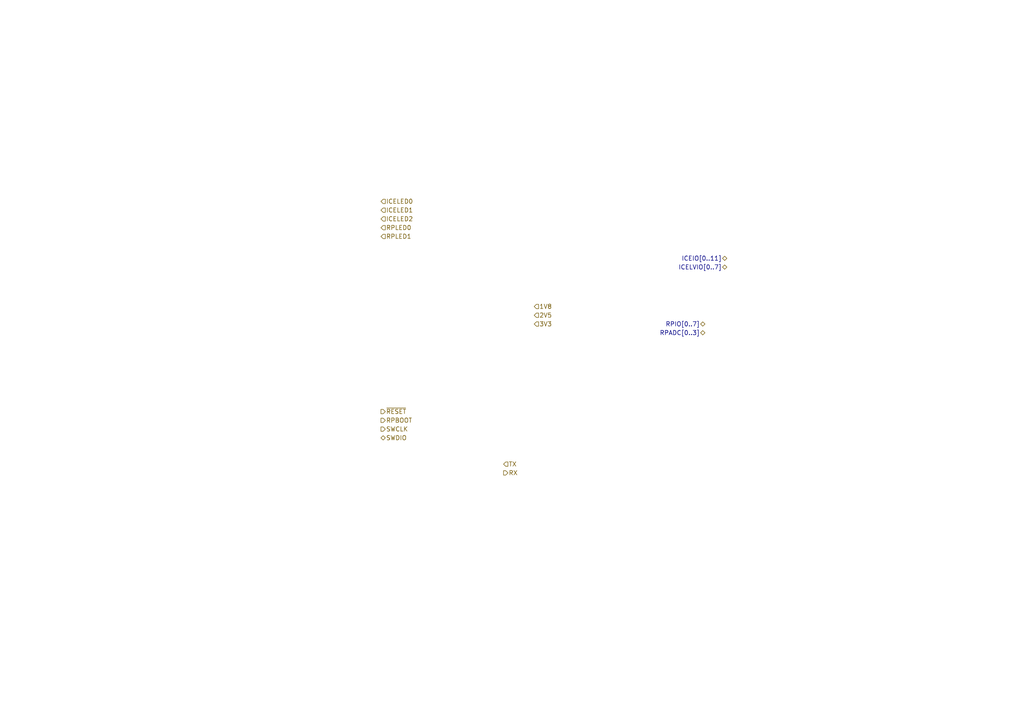
<source format=kicad_sch>
(kicad_sch (version 20211123) (generator eeschema)
  (paper "A4")
  (lib_symbols)
  (hierarchical_label "SWDIO" (shape bidirectional) (at 110.49 127 0))
  (hierarchical_label "RX" (shape output) (at 146.05 137.16 0))
  (hierarchical_label "ICELVIO[0..7]" (shape bidirectional) (at 210.82 77.47 180))
  (hierarchical_label "3V3" (shape input) (at 154.94 93.98 0))
  (hierarchical_label "ICELED0" (shape input) (at 110.49 58.42 0))
  (hierarchical_label "~{RESET}" (shape output) (at 110.49 119.38 0))
  (hierarchical_label "2V5" (shape input) (at 154.94 91.44 0))
  (hierarchical_label "ICELED1" (shape input) (at 110.49 60.96 0))
  (hierarchical_label "SWCLK" (shape output) (at 110.49 124.46 0))
  (hierarchical_label "RPBOOT" (shape output) (at 110.49 121.92 0))
  (hierarchical_label "TX" (shape input) (at 146.05 134.62 0))
  (hierarchical_label "RPLED0" (shape input) (at 110.49 66.04 0))
  (hierarchical_label "RPIO[0..7]" (shape bidirectional) (at 204.47 93.98 180))
  (hierarchical_label "ICELED2" (shape input) (at 110.49 63.5 0))
  (hierarchical_label "RPLED1" (shape input) (at 110.49 68.58 0))
  (hierarchical_label "RPADC[0..3]" (shape bidirectional) (at 204.47 96.52 180))
  (hierarchical_label "1V8" (shape input) (at 154.94 88.9 0))
  (hierarchical_label "ICEIO[0..11]" (shape bidirectional) (at 210.82 74.93 180))
)
</source>
